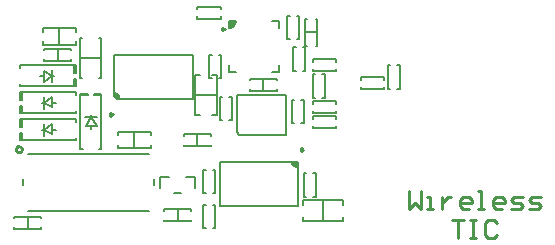
<source format=gto>
%FSLAX25Y25*%
%MOIN*%
G70*
G01*
G75*
%ADD30C,0.01000*%
%ADD33C,0.00787*%
%ADD46C,0.00394*%
%ADD47C,0.00984*%
%ADD48C,0.00591*%
G36*
X374492Y215012D02*
X373705D01*
X372524Y216193D01*
Y216783D01*
X374492D01*
Y215012D01*
D02*
G37*
G36*
X315083Y238504D02*
Y237717D01*
X313606Y238504D01*
X313311Y239685D01*
X313902D01*
X315083Y238504D01*
D02*
G37*
G36*
X353835Y262815D02*
X352358Y261339D01*
X351472D01*
Y263701D01*
X353835D01*
Y262815D01*
D02*
G37*
D30*
X282685Y221000D02*
X282264Y221874D01*
X281318Y222090D01*
X280560Y221485D01*
Y220515D01*
X281318Y219910D01*
X282264Y220126D01*
X282685Y221000D01*
X411500Y207096D02*
Y201098D01*
X413499Y203097D01*
X415499Y201098D01*
Y207096D01*
X417498Y201098D02*
X419497D01*
X418498D01*
Y205096D01*
X417498D01*
X422496D02*
Y201098D01*
Y203097D01*
X423496Y204097D01*
X424496Y205096D01*
X425495D01*
X431494Y201098D02*
X429494D01*
X428495Y202097D01*
Y204097D01*
X429494Y205096D01*
X431494D01*
X432493Y204097D01*
Y203097D01*
X428495D01*
X434493Y201098D02*
X436492D01*
X435492D01*
Y207096D01*
X434493D01*
X442490Y201098D02*
X440491D01*
X439491Y202097D01*
Y204097D01*
X440491Y205096D01*
X442490D01*
X443490Y204097D01*
Y203097D01*
X439491D01*
X445489Y201098D02*
X448488D01*
X449488Y202097D01*
X448488Y203097D01*
X446489D01*
X445489Y204097D01*
X446489Y205096D01*
X449488D01*
X451487Y201098D02*
X454486D01*
X455486Y202097D01*
X454486Y203097D01*
X452487D01*
X451487Y204097D01*
X452487Y205096D01*
X455486D01*
X425995Y197498D02*
X429994D01*
X427995D01*
Y191500D01*
X431993Y197498D02*
X433993D01*
X432993D01*
Y191500D01*
X431993D01*
X433993D01*
X440990Y196498D02*
X439991Y197498D01*
X437991D01*
X436992Y196498D01*
Y192500D01*
X437991Y191500D01*
X439991D01*
X440990Y192500D01*
D33*
X372524Y216783D02*
X372761Y215898D01*
X373410Y215249D01*
X374295Y215012D01*
X351472Y261339D02*
X352376Y261518D01*
X353143Y262031D01*
X353655Y262797D01*
X353835Y263701D01*
X315083Y237913D02*
X314845Y238799D01*
X314197Y239448D01*
X313311Y239685D01*
X355020Y225807D02*
X358169D01*
X354232Y226594D02*
X355020Y225807D01*
X354232Y226594D02*
Y239193D01*
X370768D01*
Y225807D02*
Y239193D01*
X358169Y225807D02*
X370768D01*
X348508Y216783D02*
X374492D01*
X348508Y202217D02*
X374492D01*
Y216783D01*
X348508Y202217D02*
Y216783D01*
X351472Y246772D02*
X353835D01*
X351472D02*
Y249134D01*
X366039Y246772D02*
X368402D01*
Y249134D01*
Y261339D02*
Y263701D01*
X366039D02*
X368402D01*
X351472D02*
X353835D01*
X351472Y261339D02*
Y263701D01*
X313311Y238602D02*
Y252284D01*
Y238602D02*
X314197Y237717D01*
X339689D01*
X315083D02*
Y237913D01*
X339689Y237717D02*
Y252284D01*
X313311D02*
X339689D01*
X333319Y206244D02*
X335681D01*
X337354Y211756D02*
X340209D01*
Y208213D02*
Y211756D01*
X328791D02*
X331646D01*
X328791Y208213D02*
Y211756D01*
X283067Y209000D02*
Y211000D01*
X326567Y209000D02*
Y211000D01*
X284567Y200500D02*
X325067D01*
X284567Y219500D02*
X325067D01*
X292681Y236500D02*
X293862D01*
X289138D02*
X289925D01*
X292681Y234925D02*
Y238469D01*
X289925Y236500D02*
X292681Y238469D01*
X289925Y236500D02*
X292681Y234925D01*
X289925Y234531D02*
Y238469D01*
X292681Y227500D02*
X293862D01*
X289138D02*
X289925D01*
X292681Y225925D02*
Y229468D01*
X289925Y227500D02*
X292681Y229468D01*
X289925Y227500D02*
X292681Y225925D01*
X289925Y225532D02*
Y229468D01*
X288638Y245500D02*
X289819D01*
X292575D02*
X293362D01*
X289819Y243531D02*
Y247075D01*
Y243531D02*
X292575Y245500D01*
X289819Y247075D02*
X292575Y245500D01*
Y243531D02*
Y247468D01*
X305500Y227638D02*
Y228819D01*
Y231575D02*
Y232362D01*
X303925Y228819D02*
X307469D01*
X305500Y231575D02*
X307469Y228819D01*
X303925D02*
X305500Y231575D01*
X303532D02*
X307469D01*
D46*
X354035Y225413D02*
D03*
D47*
X376461Y220819D02*
X375722Y221245D01*
Y220393D01*
X376461Y220819D01*
X350193Y261043D02*
X349455Y261470D01*
Y260617D01*
X350193Y261043D01*
X312819Y232598D02*
X312081Y233025D01*
Y232172D01*
X312819Y232598D01*
D48*
X358500Y240500D02*
Y241000D01*
Y240500D02*
X367500D01*
Y241000D01*
Y244000D02*
Y244500D01*
X358500D02*
X367500D01*
X358500Y244000D02*
Y244500D01*
X363000Y240500D02*
Y244500D01*
X290000Y250500D02*
Y251000D01*
Y250500D02*
X299000D01*
Y251000D01*
Y254000D02*
Y254500D01*
X290000D02*
X299000D01*
X290000Y254000D02*
Y254500D01*
X294500Y250500D02*
Y254500D01*
X339000Y200500D02*
Y201000D01*
X330000D02*
X339000D01*
X330000Y200500D02*
Y201000D01*
Y197000D02*
Y197500D01*
Y197000D02*
X339000D01*
Y197500D01*
X334500Y197000D02*
Y201000D01*
X280000Y194500D02*
Y195000D01*
Y194500D02*
X289000D01*
Y195000D01*
Y198000D02*
Y198500D01*
X280000D02*
X289000D01*
X280000Y198000D02*
Y198500D01*
X284500Y194500D02*
Y198500D01*
X336500Y222000D02*
Y222500D01*
Y222000D02*
X345500D01*
Y222500D01*
Y225500D02*
Y226000D01*
X336500D02*
X345500D01*
X336500Y225500D02*
Y226000D01*
X341000Y222000D02*
Y226000D01*
X377000Y264500D02*
X377500D01*
X377000Y255500D02*
Y264500D01*
Y255500D02*
X377500D01*
X380500D02*
X381000D01*
Y264500D01*
X380500D02*
X381000D01*
X377000Y260000D02*
X381000D01*
X382681Y245937D02*
X383469D01*
Y238063D02*
Y245937D01*
X382681Y238063D02*
X383469D01*
X379532D02*
X380319D01*
X379532D02*
Y245937D01*
X380319D01*
X373031Y247063D02*
X373819D01*
X373031D02*
Y254937D01*
X373819D01*
X376181D02*
X376969D01*
Y247063D02*
Y254937D01*
X376181Y247063D02*
X376969D01*
X379563Y250181D02*
Y250969D01*
X387437D01*
Y250181D02*
Y250969D01*
Y247031D02*
Y247819D01*
X379563Y247031D02*
X387437D01*
X379563D02*
Y247819D01*
X300555Y232894D02*
Y233842D01*
X282500Y232894D02*
X300555D01*
X282000D02*
X282500D01*
X282000D02*
Y235500D01*
X282500D01*
Y232894D02*
Y235500D01*
Y237500D02*
Y240106D01*
X282000Y237500D02*
X282500D01*
X282000D02*
Y240106D01*
X282500D01*
X300555D01*
Y239158D02*
Y240106D01*
Y223894D02*
Y224843D01*
X282500Y223894D02*
X300555D01*
X282000D02*
X282500D01*
X282000D02*
Y226500D01*
X282500D01*
Y223894D02*
Y226500D01*
Y228500D02*
Y231106D01*
X282000Y228500D02*
X282500D01*
X282000D02*
Y231106D01*
X282500D01*
X300555D01*
Y230157D02*
Y231106D01*
X281945Y248158D02*
Y249106D01*
X300000D01*
X300500D01*
Y246500D02*
Y249106D01*
X300000Y246500D02*
X300500D01*
X300000D02*
Y249106D01*
Y241894D02*
Y244500D01*
X300500D01*
Y241894D02*
Y244500D01*
X300000Y241894D02*
X300500D01*
X281945D02*
X300000D01*
X281945D02*
Y242843D01*
X301894Y220945D02*
X302842D01*
X301894D02*
Y239000D01*
Y239500D01*
X304500D01*
Y239000D02*
Y239500D01*
X301894Y239000D02*
X304500D01*
X306500D02*
X309106D01*
X306500D02*
Y239500D01*
X309106D01*
Y239000D02*
Y239500D01*
Y220945D02*
Y239000D01*
X308157Y220945D02*
X309106D01*
X351681Y238437D02*
X352468D01*
Y230563D02*
Y238437D01*
X351681Y230563D02*
X352468D01*
X348532D02*
X349319D01*
X348532D02*
Y238437D01*
X349319D01*
X372532Y229563D02*
X373319D01*
X372532D02*
Y237437D01*
X373319D01*
X375681D02*
X376468D01*
Y229563D02*
Y237437D01*
X375681Y229563D02*
X376468D01*
X314488Y221244D02*
Y222425D01*
Y221244D02*
X325512D01*
Y222425D01*
Y225575D02*
Y226756D01*
X314488D02*
X325512D01*
X314488Y225575D02*
Y226756D01*
X320000Y221244D02*
Y226756D01*
X379681Y212937D02*
X380469D01*
Y205063D02*
Y212937D01*
X379681Y205063D02*
X380469D01*
X376532D02*
X377319D01*
X376532D02*
Y212937D01*
X377319D01*
X346181Y214169D02*
X346969D01*
Y206295D02*
Y214169D01*
X346181Y206295D02*
X346969D01*
X343032D02*
X343819D01*
X343032D02*
Y214169D01*
X343819D01*
X383000Y196957D02*
Y204043D01*
X376307Y196957D02*
Y198531D01*
Y196957D02*
X389693D01*
Y198531D01*
Y202468D02*
Y204043D01*
X376307D02*
X389693D01*
X376307Y202468D02*
Y204043D01*
X343032Y194563D02*
X343819D01*
X343032D02*
Y202437D01*
X343819D01*
X346181D02*
X346969D01*
Y194563D02*
Y202437D01*
X346181Y194563D02*
X346969D01*
X407681Y248937D02*
X408468D01*
Y241063D02*
Y248937D01*
X407681Y241063D02*
X408468D01*
X404531D02*
X405319D01*
X404531D02*
Y248937D01*
X405319D01*
X395563Y244181D02*
Y244969D01*
X403437D01*
Y244181D02*
Y244969D01*
Y241032D02*
Y241819D01*
X395563Y241032D02*
X403437D01*
X395563D02*
Y241819D01*
X387437Y228031D02*
Y228819D01*
X379563Y228031D02*
X387437D01*
X379563D02*
Y228819D01*
Y231181D02*
Y231968D01*
X387437D01*
Y231181D02*
Y231968D01*
Y233032D02*
Y233819D01*
X379563Y233032D02*
X387437D01*
X379563D02*
Y233819D01*
Y236181D02*
Y236968D01*
X387437D01*
Y236181D02*
Y236968D01*
X340457Y232307D02*
X342032D01*
X340457D02*
Y245693D01*
X342032D01*
X345969D02*
X347543D01*
Y232307D02*
Y245693D01*
X345969Y232307D02*
X347543D01*
X340457Y239000D02*
X347543D01*
X295000Y255744D02*
Y261256D01*
X289488Y260075D02*
Y261256D01*
X300512D01*
Y260075D02*
Y261256D01*
Y255744D02*
Y256925D01*
X289488Y255744D02*
X300512D01*
X289488D02*
Y256925D01*
X345031Y244563D02*
X345819D01*
X345031D02*
Y252437D01*
X345819D01*
X348181D02*
X348969D01*
Y244563D02*
Y252437D01*
X348181Y244563D02*
X348969D01*
X371031Y257563D02*
X371819D01*
X371031D02*
Y265437D01*
X371819D01*
X374181D02*
X374969D01*
Y257563D02*
Y265437D01*
X374181Y257563D02*
X374969D01*
X348937Y264531D02*
Y265319D01*
X341063Y264531D02*
X348937D01*
X341063D02*
Y265319D01*
Y267681D02*
Y268468D01*
X348937D01*
Y267681D02*
Y268468D01*
X301957Y251500D02*
X309043D01*
X308256Y258193D02*
X309043D01*
Y244807D02*
Y258193D01*
X308256Y244807D02*
X309043D01*
X301957Y258193D02*
X302744D01*
X301957Y244807D02*
Y258193D01*
Y244807D02*
X302744D01*
M02*

</source>
